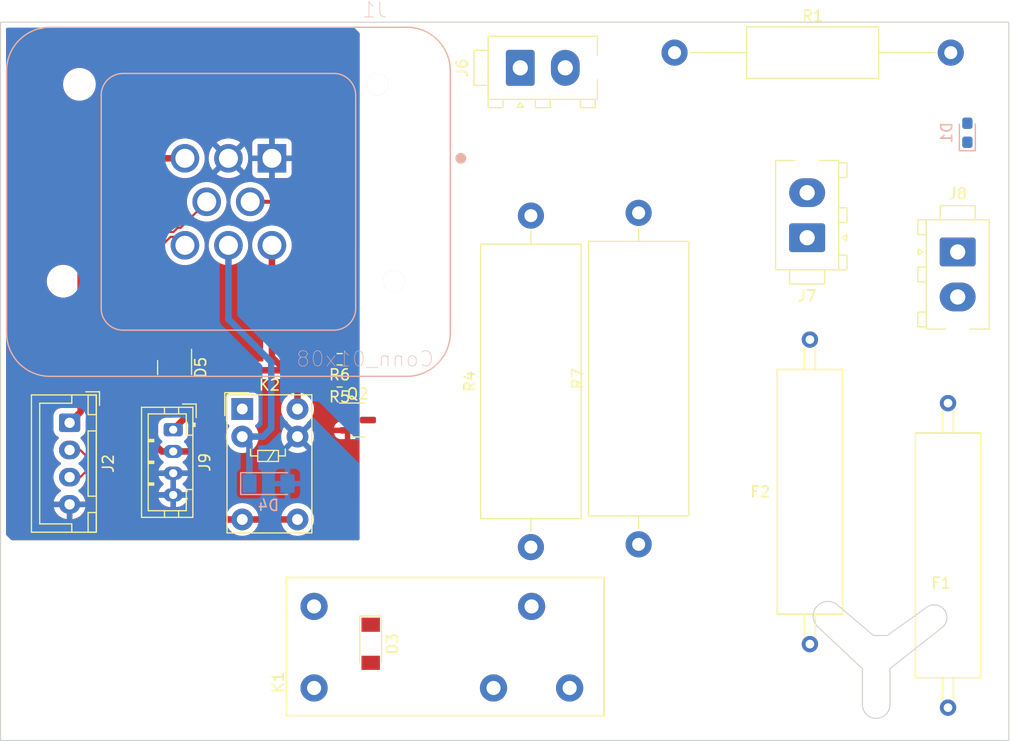
<source format=kicad_pcb>
(kicad_pcb (version 20211014) (generator pcbnew)
  (layers (0 "F.Cu" signal) (31 "B.Cu" signal) (34 "B.Paste" user) (35 "F.Paste" user) (36 "B.SilkS" user "B.Silkscreen") (37 "F.SilkS" user "F.Silkscreen") (38 "B.Mask" user) (39 "F.Mask" user) (44 "Edge.Cuts" user))
  (net 0 "")
  (net 1 "/INT-")
  (net 2 "Net-(D1-Pad2)")
  (net 3 "Net-(D3-Pad2)")
  (net 4 "/MAIN_CONT")
  (net 5 "GND")
  (net 6 "/AIR_B+")
  (net 7 "Net-(F1-Pad1)")
  (net 8 "Net-(F2-Pad1)")
  (net 9 "/B+")
  (net 10 "+12V")
  (net 11 "/PRECHARGE")
  (net 12 "/AIR_B-")
  (net 13 "/BMS_CAN+")
  (net 14 "/BMS_CAN-")
  (net 15 "/INT+")
  (net 16 "Net-(K1-Pad5)")
  (net 18 "Net-(Q2-Pad1)")
  (footprint "AERO_Footprints:Bell_0ADKP1000-RE" (layer "F.Cu") (at 85.852 125.222 90)
    (fp_text reference "F1" (at -2.54 -0.635) (layer "F.SilkS"))
    (fp_text value "1A 300VDC")
    (fp_line (start 11.25 -0.5) (end 13.25 -0.5) (layer "F.SilkS") (width 0.15))
    (fp_line (start -11.25 -0.5) (end -13.25 -0.5) (layer "F.SilkS") (width 0.15))
    (fp_line (start 11.25 3) (end -11.25 3) (layer "F.SilkS") (width 0.15))
    (fp_line (start 11.25 -3) (end 11.25 3) (layer "F.SilkS") (width 0.15))
    (fp_line (start -11.25 3) (end -11.25 -3) (layer "F.SilkS") (width 0.15))
    (fp_line (start 11.25 0.5) (end 13.25 0.5) (layer "F.SilkS") (width 0.15))
    (fp_line (start -13.25 0.5) (end -11.25 0.5) (layer "F.SilkS") (width 0.15))
    (fp_line (start -11.25 -3) (end 11.25 -3) (layer "F.SilkS") (width 0.15))
    (pad "1" thru_hole circle locked (at -14 0 90) (size 1.5 1.5) (drill 0.8) (layers *.Cu *.Mask) (net 7 "Net-(F1-Pad1)"))
    (pad "2" thru_hole circle locked (at 14 0 90) (size 1.5 1.5) (drill 0.8) (layers *.Cu *.Mask) (net 1 "/INT-"))
  )
  (footprint "Connector_JST:JST_PH_B4B-PH-K_1x04_P2.00mm_Vertical" (layer "F.Cu") (at 14.605 113.665 -90)
    (fp_text reference "J9" (at 3 -2.9 90) (layer "F.SilkS"))
    (fp_text value "JST PH")
    (fp_line (start -2.36 -2.11) (end -2.36 -0.86) (layer "F.SilkS") (width 0.12))
    (fp_line (start 8.06 0.8) (end 7.45 0.8) (layer "F.SilkS") (width 0.12))
    (fp_line (start 0.5 -1.81) (end 0.5 -1.2) (layer "F.SilkS") (width 0.12))
    (fp_line (start 2.9 2.3) (end 2.9 1.8) (layer "F.SilkS") (width 0.12))
    (fp_line (start -0.3 -1.81) (end -0.3 -2.01) (layer "F.SilkS") (width 0.12))
    (fp_line (start 0.9 2.3) (end 0.9 1.8) (layer "F.SilkS") (width 0.12))
    (fp_line (start 8.06 -0.5) (end 7.45 -0.5) (layer "F.SilkS") (width 0.12))
    (fp_line (start -2.06 -0.5) (end -1.45 -0.5) (layer "F.SilkS") (width 0.12))
    (fp_line (start -0.3 -1.91) (end -0.6 -1.91) (layer "F.SilkS") (width 0.12))
    (fp_line (start 5 2.3) (end 5 1.8) (layer "F.SilkS") (width 0.12))
    (fp_line (start -0.3 -2.01) (end -0.6 -2.01) (layer "F.SilkS") (width 0.12))
    (fp_line (start -2.06 -1.81) (end -2.06 2.91) (layer "F.SilkS") (width 0.12))
    (fp_line (start 1 2.3) (end 1 1.8) (layer "F.SilkS") (width 0.12))
    (fp_line (start 3 2.3) (end 3 1.8) (layer "F.SilkS") (width 0.12))
    (fp_line (start -1.45 2.3) (end 7.45 2.3) (layer "F.SilkS") (width 0.12))
    (fp_line (start -0.6 -2.01) (end -0.6 -1.81) (layer "F.SilkS") (width 0.12))
    (fp_line (start 4.9 1.8) (end 5.1 1.8) (layer "F.SilkS") (width 0.12))
    (fp_line (start 7.45 -1.2) (end 5.5 -1.2) (layer "F.SilkS") (width 0.12))
    (fp_line (start 7.45 2.3) (end 7.45 -1.2) (layer "F.SilkS") (width 0.12))
    (fp_line (start 8.06 -1.81) (end -2.06 -1.81) (layer "F.SilkS") (width 0.12))
    (fp_line (start -1.45 -1.2) (end -1.45 2.3) (layer "F.SilkS") (width 0.12))
    (fp_line (start -2.06 2.91) (end 8.06 2.91) (layer "F.SilkS") (width 0.12))
    (fp_line (start 3.1 1.8) (end 3.1 2.3) (layer "F.SilkS") (width 0.12))
    (fp_line (start -2.06 0.8) (end -1.45 0.8) (layer "F.SilkS") (width 0.12))
    (fp_line (start 8.06 2.91) (end 8.06 -1.81) (layer "F.SilkS") (width 0.12))
    (fp_line (start 5.5 -1.2) (end 5.5 -1.81) (layer "F.SilkS") (width 0.12))
    (fp_line (start 4.9 2.3) (end 4.9 1.8) (layer "F.SilkS") (width 0.12))
    (fp_line (start 5.1 1.8) (end 5.1 2.3) (layer "F.SilkS") (width 0.12))
    (fp_line (start 0.9 1.8) (end 1.1 1.8) (layer "F.SilkS") (width 0.12))
    (fp_line (start 0.5 -1.2) (end -1.45 -1.2) (layer "F.SilkS") (width 0.12))
    (fp_line (start -1.11 -2.11) (end -2.36 -2.11) (layer "F.SilkS") (width 0.12))
    (fp_line (start 2.9 1.8) (end 3.1 1.8) (layer "F.SilkS") (width 0.12))
    (fp_line (start 1.1 1.8) (end 1.1 2.3) (layer "F.SilkS") (width 0.12))
    (pad "1" thru_hole roundrect locked (at 0 0 270) (size 1.2 1.75) (drill 0.75) (layers *.Cu *.Mask) (roundrect_rratio 0.208333) (net 12 "/AIR_B-"))
    (pad "2" thru_hole oval locked (at 2 0 270) (size 1.2 1.75) (drill 0.75) (layers *.Cu *.Mask) (net 6 "/AIR_B+"))
    (pad "3" thru_hole oval locked (at 4 0 270) (size 1.2 1.75) (drill 0.75) (layers *.Cu *.Mask) (net 5 "GND"))
    (pad "4" thru_hole oval locked (at 6 0 270) (size 1.2 1.75) (drill 0.75) (layers *.Cu *.Mask) (net 5 "GND"))
  )
  (footprint "AERO_Footprints:G2RL" (layer "F.Cu") (at 40.259 133.604)
    (fp_text reference "K1" (at -16.002 3.302 90) (layer "F.SilkS"))
    (fp_text value "G2RL")
    (fp_line (start -15.24 -6.35) (end 13.97 -6.35) (layer "F.SilkS") (width 0.15))
    (fp_line (start 13.97 -6.35) (end 13.97 6.35) (layer "F.SilkS") (width 0.15))
    (fp_line (start -15.24 6.35) (end -15.24 -6.35) (layer "F.SilkS") (width 0.15))
    (fp_line (start 13.97 6.35) (end -15.24 6.35) (layer "F.SilkS") (width 0.15))
    (pad "1" thru_hole circle locked (at 3.8 3.81) (size 2.5 2.5) (drill 1.3) (layers *.Cu *.Mask) (net 7 "Net-(F1-Pad1)"))
    (pad "2" thru_hole circle locked (at -12.7 -3.69) (size 2.5 2.5) (drill 1.3) (layers *.Cu *.Mask) (net 12 "/AIR_B-"))
    (pad "5" thru_hole circle locked (at 7.3 -3.69) (size 2.5 2.5) (drill 1.3) (layers *.Cu *.Mask) (net 16 "Net-(K1-Pad5)"))
    (pad "9" thru_hole circle locked (at -12.7 3.81) (size 2.5 2.5) (drill 1.3) (layers *.Cu *.Mask) (net 3 "Net-(D3-Pad2)"))
    (pad "10" thru_hole circle locked (at 10.8 3.81) (size 2.5 2.5) (drill 1.3) (layers *.Cu *.Mask) (net 8 "Net-(F2-Pad1)"))
  )
  (footprint "Connector_JST:JST_XH_B4B-XH-A_1x04_P2.50mm_Vertical" (layer "F.Cu") (at 5.08 113.03 -90)
    (fp_text reference "J2" (at 3.75 -3.55 90) (layer "F.SilkS"))
    (fp_text value "Conn_01x04")
    (fp_line (start -1.6 -2.75) (end -2.85 -2.75) (layer "F.SilkS") (width 0.12))
    (fp_line (start -2.85 -2.75) (end -2.85 -1.5) (layer "F.SilkS") (width 0.12))
    (fp_line (start 6.75 -2.45) (end 0.75 -2.45) (layer "F.SilkS") (width 0.12))
    (fp_line (start 0.75 -2.45) (end 0.75 -1.7) (layer "F.SilkS") (width 0.12))
    (fp_line (start 0.75 -1.7) (end 6.75 -1.7) (layer "F.SilkS") (width 0.12))
    (fp_line (start -1.8 -0.2) (end -1.8 2.75) (layer "F.SilkS") (width 0.12))
    (fp_line (start -1.8 2.75) (end 3.75 2.75) (layer "F.SilkS") (width 0.12))
    (fp_line (start 8.25 -2.45) (end 8.25 -1.7) (layer "F.SilkS") (width 0.12))
    (fp_line (start -0.75 -1.7) (end -0.75 -2.45) (layer "F.SilkS") (width 0.12))
    (fp_line (start 8.25 -1.7) (end 10.05 -1.7) (layer "F.SilkS") (width 0.12))
    (fp_line (start 6.75 -1.7) (end 6.75 -2.45) (layer "F.SilkS") (width 0.12))
    (fp_line (start -0.75 -2.45) (end -2.55 -2.45) (layer "F.SilkS") (width 0.12))
    (fp_line (start 9.3 -0.2) (end 9.3 2.75) (layer "F.SilkS") (width 0.12))
    (fp_line (start -2.56 -2.46) (end -2.56 3.51) (layer "F.SilkS") (width 0.12))
    (fp_line (start 9.3 2.75) (end 3.75 2.75) (layer "F.SilkS") (width 0.12))
    (fp_line (start 10.06 3.51) (end 10.06 -2.46) (layer "F.SilkS") (width 0.12))
    (fp_line (start -2.55 -0.2) (end -1.8 -0.2) (layer "F.SilkS") (width 0.12))
    (fp_line (start 10.05 -2.45) (end 8.25 -2.45) (layer "F.SilkS") (width 0.12))
    (fp_line (start 10.06 -2.46) (end -2.56 -2.46) (layer "F.SilkS") (width 0.12))
    (fp_line (start 10.05 -1.7) (end 10.05 -2.45) (layer "F.SilkS") (width 0.12))
    (fp_line (start -2.55 -2.45) (end -2.55 -1.7) (layer "F.SilkS") (width 0.12))
    (fp_line (start -2.55 -1.7) (end -0.75 -1.7) (layer "F.SilkS") (width 0.12))
    (fp_line (start -2.56 3.51) (end 10.06 3.51) (layer "F.SilkS") (width 0.12))
    (fp_line (start 10.05 -0.2) (end 9.3 -0.2) (layer "F.SilkS") (width 0.12))
    (pad "1" thru_hole roundrect locked (at 0 0 270) (size 1.7 1.95) (drill 0.95) (layers *.Cu *.Mask) (roundrect_rratio 0.147059) (net 10 "+12V"))
    (pad "2" thru_hole oval locked (at 2.5 0 270) (size 1.7 1.95) (drill 0.95) (layers *.Cu *.Mask) (net 13 "/BMS_CAN+"))
    (pad "3" thru_hole oval locked (at 5 0 270) (size 1.7 1.95) (drill 0.95) (layers *.Cu *.Mask) (net 14 "/BMS_CAN-"))
    (pad "4" thru_hole oval locked (at 7.5 0 270) (size 1.7 1.95) (drill 0.95) (layers *.Cu *.Mask) (net 5 "GND"))
  )
  (footprint "AERO_Footprints:Bell_0ADKP1000-RE" (layer "F.Cu") (at 73.152 119.38 90)
    (fp_text reference "F2" (at 0 -4.572) (layer "F.SilkS"))
    (fp_text value "1A 300VDC")
    (fp_line (start 11.25 -3) (end 11.25 3) (layer "F.SilkS") (width 0.15))
    (fp_line (start -11.25 -0.5) (end -13.25 -0.5) (layer "F.SilkS") (width 0.15))
    (fp_line (start 11.25 0.5) (end 13.25 0.5) (layer "F.SilkS") (width 0.15))
    (fp_line (start -11.25 -3) (end 11.25 -3) (layer "F.SilkS") (width 0.15))
    (fp_line (start -11.25 3) (end -11.25 -3) (layer "F.SilkS") (width 0.15))
    (fp_line (start -13.25 0.5) (end -11.25 0.5) (layer "F.SilkS") (width 0.15))
    (fp_line (start 11.25 -0.5) (end 13.25 -0.5) (layer "F.SilkS") (width 0.15))
    (fp_line (start 11.25 3) (end -11.25 3) (layer "F.SilkS") (width 0.15))
    (pad "1" thru_hole circle locked (at -14 0 90) (size 1.5 1.5) (drill 0.8) (layers *.Cu *.Mask) (net 8 "Net-(F2-Pad1)"))
    (pad "2" thru_hole circle locked (at 14 0 90) (size 1.5 1.5) (drill 0.8) (layers *.Cu *.Mask) (net 9 "/B+"))
  )
  (footprint "Package_TO_SOT_SMD:SOT-23" (layer "F.Cu") (at 31.5745 112.776)
    (fp_text reference "Q2" (at 0 -2.4) (layer "F.SilkS"))
    (fp_text value "MMBT2222A")
    (fp_line (start 0 -1.56) (end -1.675 -1.56) (layer "F.SilkS") (width 0.12))
    (fp_line (start 0 -1.56) (end 0.65 -1.56) (layer "F.SilkS") (width 0.12))
    (fp_line (start 0 1.56) (end -0.65 1.56) (layer "F.SilkS") (width 0.12))
    (fp_line (start 0 1.56) (end 0.65 1.56) (layer "F.SilkS") (width 0.12))
    (pad "1" smd roundrect locked (at -0.9375 -0.95) (size 1.475 0.6) (layers "F.Cu" "F.Paste" "F.Mask") (net 18 "Net-(Q2-Pad1)"))
    (pad "2" smd roundrect locked (at -0.9375 0.95) (size 1.475 0.6) (layers "F.Cu" "F.Paste" "F.Mask") (net 5 "GND"))
    (pad "3" smd roundrect locked (at 0.9375 0) (size 1.475 0.6) (layers "F.Cu" "F.Paste" "F.Mask") (net 3 "Net-(D3-Pad2)"))
  )
  (footprint "AERO_Footprints:TE_MATE-N-LOK_1-770866-x_1x02_P4.14mm_Vertical" (layer "F.Cu") (at 46.52 80.392 90)
    (fp_text reference "J6" (at 0 -5.35 90) (layer "F.SilkS"))
    (fp_text value "TE Mate-N-Lok")
    (fp_line (start 0 -2.955) (end 2.9 -2.955) (layer "F.SilkS") (width 0.12))
    (fp_line (start -2.9 5.53) (end -3.66 5.53) (layer "F.SilkS") (width 0.12))
    (fp_line (start -3.66 2.75) (end -2.9 2.75) (layer "F.SilkS") (width 0.12))
    (fp_line (start -3.66 6.89) (end -2.9 6.89) (layer "F.SilkS") (width 0.12))
    (fp_line (start -3.2 0) (end -3.624264 0.3) (layer "F.SilkS") (width 0.12))
    (fp_line (start -3.66 5.53) (end -3.66 6.89) (layer "F.SilkS") (width 0.12))
    (fp_line (start -1.61 -2.955) (end -1.61 -4.255) (layer "F.SilkS") (width 0.12))
    (fp_line (start -3.624264 -0.3) (end -3.2 0) (layer "F.SilkS") (width 0.12))
    (fp_line (start -1.61 -4.255) (end 1.61 -4.255) (layer "F.SilkS") (width 0.12))
    (fp_line (start 2.9 7.095) (end 1.103302 7.095) (layer "F.SilkS") (width 0.12))
    (fp_line (start -2.9 -2.955) (end -3.66 -2.955) (layer "F.SilkS") (width 0.12))
    (fp_line (start -3.624264 0.3) (end -3.624264 -0.3) (layer "F.SilkS") (width 0.12))
    (fp_line (start -2.9 7.095) (end -1.103302 7.095) (layer "F.SilkS") (width 0.12))
    (fp_line (start -2.9 1.39) (end -3.66 1.39) (layer "F.SilkS") (width 0.12))
    (fp_line (start -3.66 -2.955) (end -3.66 -1.595) (layer "F.SilkS") (width 0.12))
    (fp_line (start -3.66 1.39) (end -3.66 2.75) (layer "F.SilkS") (width 0.12))
    (fp_line (start 1.61 -4.255) (end 1.61 -2.955) (layer "F.SilkS") (width 0.12))
    (fp_line (start 0 -2.955) (end -2.9 -2.955) (layer "F.SilkS") (width 0.12))
    (fp_line (start -3.66 -1.595) (end -2.9 -1.595) (layer "F.SilkS") (width 0.12))
    (fp_line (start -2.9 -2.955) (end -2.9 7.095) (layer "F.SilkS") (width 0.12))
    (fp_line (start 2.9 -2.955) (end 2.9 7.095) (layer "F.SilkS") (width 0.12))
    (pad "" np_thru_hole circle locked (at 0 8.58 90) (size 3.18 3.18) (drill 3.18) (layers *.Cu *.Mask))
    (pad "1" thru_hole roundrect locked (at 0 0 90) (size 3.3 2.64) (drill 1.4) (layers *.Cu *.Mask) (roundrect_rratio 0.094697) (net 15 "/INT+"))
    (pad "2" thru_hole oval locked (at 0 4.14 90) (size 3.3 2.64) (drill 1.4) (layers *.Cu *.Mask) (net 15 "/INT+"))
  )
  (footprint "Diode_SMD:D_MiniMELF" (layer "F.Cu") (at 32.766 133.35 -90)
    (fp_text reference "D3" (at 0 -2 90) (layer "F.SilkS"))
    (fp_text value "1N4148")
    (fp_line (start -2.55 1) (end 1.75 1) (layer "F.SilkS") (width 0.12))
    (fp_line (start 1.75 -1) (end -2.55 -1) (layer "F.SilkS") (width 0.12))
    (fp_line (start -2.55 -1) (end -2.55 1) (layer "F.SilkS") (width 0.12))
    (pad "1" smd rect locked (at -1.75 0 270) (size 1.3 1.7) (layers "F.Cu" "F.Paste" "F.Mask") (net 12 "/AIR_B-"))
    (pad "2" smd rect locked (at 1.75 0 270) (size 1.3 1.7) (layers "F.Cu" "F.Paste" "F.Mask") (net 3 "Net-(D3-Pad2)"))
  )
  (footprint "Resistor_THT:R_Axial_Power_L25.0mm_W9.0mm_P30.48mm" (layer "F.Cu") (at 47.498 124.46 90)
    (fp_text reference "R4" (at 15.24 -5.62 90) (layer "F.SilkS"))
    (fp_text value "1k 7W")
    (fp_line (start 2.62 4.62) (end 27.86 4.62) (layer "F.SilkS") (width 0.12))
    (fp_line (start 29.04 0) (end 27.86 0) (layer "F.SilkS") (width 0.12))
    (fp_line (start 2.62 -4.62) (end 2.62 4.62) (layer "F.SilkS") (width 0.12))
    (fp_line (start 27.86 -4.62) (end 2.62 -4.62) (layer "F.SilkS") (width 0.12))
    (fp_line (start 27.86 4.62) (end 27.86 -4.62) (layer "F.SilkS") (width 0.12))
    (fp_line (start 1.44 0) (end 2.62 0) (layer "F.SilkS") (width 0.12))
    (pad "1" thru_hole circle locked (at 0 0 90) (size 2.4 2.4) (drill 1.2) (layers *.Cu *.Mask) (net 16 "Net-(K1-Pad5)"))
    (pad "2" thru_hole oval locked (at 30.48 0 90) (size 2.4 2.4) (drill 1.2) (layers *.Cu *.Mask) (net 15 "/INT+"))
  )
  (footprint "Resistor_SMD:R_0603_1608Metric" (layer "F.Cu") (at 29.909 109.22 180)
    (fp_text reference "R5" (at 0 -1.43) (layer "F.SilkS"))
    (fp_text value "10k")
    (fp_line (start -0.237258 -0.5225) (end 0.237258 -0.5225) (layer "F.SilkS") (width 0.12))
    (fp_line (start -0.237258 0.5225) (end 0.237258 0.5225) (layer "F.SilkS") (width 0.12))
    (pad "1" smd roundrect locked (at -0.825 0 180) (size 0.8 0.95) (layers "F.Cu" "F.Paste" "F.Mask") (net 18 "Net-(Q2-Pad1)"))
    (pad "2" smd roundrect locked (at 0.825 0 180) (size 0.8 0.95) (layers "F.Cu" "F.Paste" "F.Mask") (net 11 "/PRECHARGE"))
  )
  (footprint "Resistor_THT:R_Axial_Power_L25.0mm_W9.0mm_P30.48mm" (layer "F.Cu") (at 57.404 124.206 90)
    (fp_text reference "R7" (at 15.24 -5.62 90) (layer "F.SilkS"))
    (fp_text value "1k 7W")
    (fp_line (start 27.86 4.62) (end 27.86 -4.62) (layer "F.SilkS") (width 0.12))
    (fp_line (start 27.86 -4.62) (end 2.62 -4.62) (layer "F.SilkS") (width 0.12))
    (fp_line (start 2.62 -4.62) (end 2.62 4.62) (layer "F.SilkS") (width 0.12))
    (fp_line (start 1.44 0) (end 2.62 0) (layer "F.SilkS") (width 0.12))
    (fp_line (start 2.62 4.62) (end 27.86 4.62) (layer "F.SilkS") (width 0.12))
    (fp_line (start 29.04 0) (end 27.86 0) (layer "F.SilkS") (width 0.12))
    (pad "1" thru_hole circle locked (at 0 0 90) (size 2.4 2.4) (drill 1.2) (layers *.Cu *.Mask) (net 16 "Net-(K1-Pad5)"))
    (pad "2" thru_hole oval locked (at 30.48 0 90) (size 2.4 2.4) (drill 1.2) (layers *.Cu *.Mask) (net 15 "/INT+"))
  )
  (footprint "AERO_Footprints:TE_MATE-N-LOK_1-770866-x_1x02_P4.14mm_Vertical" (layer "F.Cu") (at 86.74 97.32)
    (fp_text reference "J8" (at 0 -5.35) (layer "F.SilkS"))
    (fp_text value "TE Mate-N-Lok")
    (fp_line (start 2.9 -2.955) (end 2.9 7.095) (layer "F.SilkS") (width 0.12))
    (fp_line (start -3.66 1.39) (end -3.66 2.75) (layer "F.SilkS") (width 0.12))
    (fp_line (start -2.9 -2.955) (end -2.9 7.095) (layer "F.SilkS") (width 0.12))
    (fp_line (start -2.9 -2.955) (end -3.66 -2.955) (layer "F.SilkS") (width 0.12))
    (fp_line (start -3.66 6.89) (end -2.9 6.89) (layer "F.SilkS") (width 0.12))
    (fp_line (start -1.61 -2.955) (end -1.61 -4.255) (layer "F.SilkS") (width 0.12))
    (fp_line (start -3.624264 -0.3) (end -3.2 0) (layer "F.SilkS") (width 0.12))
    (fp_line (start 1.61 -4.255) (end 1.61 -2.955) (layer "F.SilkS") (width 0.12))
    (fp_line (start 0 -2.955) (end 2.9 -2.955) (layer "F.SilkS") (width 0.12))
    (fp_line (start -2.9 7.095) (end -1.103302 7.095) (layer "F.SilkS") (width 0.12))
    (fp_line (start -2.9 5.53) (end -3.66 5.53) (layer "F.SilkS") (width 0.12))
    (fp_line (start -3.624264 0.3) (end -3.624264 -0.3) (layer "F.SilkS") (width 0.12))
    (fp_line (start -3.2 0) (end -3.624264 0.3) (layer "F.SilkS") (width 0.12))
    (fp_line (start -3.66 2.75) (end -2.9 2.75) (layer "F.SilkS") (width 0.12))
    (fp_line (start -2.9 1.39) (end -3.66 1.39) (layer "F.SilkS") (width 0.12))
    (fp_line (start -3.66 -2.955) (end -3.66 -1.595) (layer "F.SilkS") (width 0.12))
    (fp_line (start -3.66 -1.595) (end -2.9 -1.595) (layer "F.SilkS") (width 0.12))
    (fp_line (start -3.66 5.53) (end -3.66 6.89) (layer "F.SilkS") (width 0.12))
    (fp_line (start 0 -2.955) (end -2.9 -2.955) (layer "F.SilkS") (width 0.12))
    (fp_line (start 2.9 7.095) (end 1.103302 7.095) (layer "F.SilkS") (width 0.12))
    (fp_line (start -1.61 -4.255) (end 1.61 -4.255) (layer "F.SilkS") (width 0.12))
    (pad "" np_thru_hole circle locked (at 0 8.58) (size 3.18 3.18) (drill 3.18) (layers *.Cu *.Mask))
    (pad "1" thru_hole roundrect locked (at 0 0) (size 3.3 2.64) (drill 1.4) (layers *.Cu *.Mask) (roundrect_rratio 0.094697) (net 1 "/INT-"))
    (pad "2" thru_hole oval locked (at 0 4.14) (size 3.3 2.64) (drill 1.4) (layers *.Cu *.Mask) (net 1 "/INT-"))
  )
  (footprint "Package_TO_SOT_SMD:SOT-23" (layer "F.Cu") (at 14.732 107.95 -90)
    (fp_text reference "D5" (at 0 -2.4 -270) (layer "F.SilkS"))
    (fp_text value "MMBZxx")
    (fp_line (start 0 -1.56) (end -1.675 -1.56) (layer "F.SilkS") (width 0.12))
    (fp_line (start 0 1.56) (end 0.65 1.56) (layer "F.SilkS") (width 0.12))
    (fp_line (start 0 -1.56) (end 0.65 -1.56) (layer "F.SilkS") (width 0.12))
    (fp_line (start 0 1.56) (end -0.65 1.56) (layer "F.SilkS") (width 0.12))
    (pad "1" smd roundrect locked (at -0.9375 -0.95 270) (size 1.475 0.6) (layers "F.Cu" "F.Paste" "F.Mask") (net 12 "/AIR_B-"))
    (pad "2" smd roundrect locked (at -0.9375 0.95 270) (size 1.475 0.6) (layers "F.Cu" "F.Paste" "F.Mask") (net 6 "/AIR_B+"))
    (pad "3" smd roundrect locked (at 0.9375 0 270) (size 1.475 0.6) (layers "F.Cu" "F.Paste" "F.Mask") (net 5 "GND"))
  )
  (footprint "Resistor_THT:R_Axial_DIN0414_L11.9mm_D4.5mm_P25.40mm_Horizontal" (layer "F.Cu") (at 60.706 78.994)
    (fp_text reference "R1" (at 12.7 -3.37) (layer "F.SilkS"))
    (fp_text value "39k")
    (fp_line (start 18.77 2.37) (end 18.77 -2.37) (layer "F.SilkS") (width 0.12))
    (fp_line (start 6.63 -2.37) (end 6.63 2.37) (layer "F.SilkS") (width 0.12))
    (fp_line (start 1.44 0) (end 6.63 0) (layer "F.SilkS") (width 0.12))
    (fp_line (start 18.77 -2.37) (end 6.63 -2.37) (layer "F.SilkS") (width 0.12))
    (fp_line (start 6.63 2.37) (end 18.77 2.37) (layer "F.SilkS") (width 0.12))
    (fp_line (start 23.96 0) (end 18.77 0) (layer "F.SilkS") (width 0.12))
    (pad "1" thru_hole circle locked (at 0 0) (size 2.4 2.4) (drill 1.2) (layers *.Cu *.Mask) (net 15 "/INT+"))
    (pad "2" thru_hole oval locked (at 25.4 0) (size 2.4 2.4) (drill 1.2) (layers *.Cu *.Mask) (net 2 "Net-(D1-Pad2)"))
  )
  (footprint "AERO_Footprints:TE_MATE-N-LOK_1-770866-x_1x02_P4.14mm_Vertical" (layer "F.Cu") (at 72.898 96.012 180)
    (fp_text reference "J7" (at 0 -5.35) (layer "F.SilkS"))
    (fp_text value "TE Mate-N-Lok")
    (fp_line (start -3.66 6.89) (end -2.9 6.89) (layer "F.SilkS") (width 0.12))
    (fp_line (start -3.2 0) (end -3.624264 0.3) (layer "F.SilkS") (width 0.12))
    (fp_line (start 2.9 -2.955) (end 2.9 7.095) (layer "F.SilkS") (width 0.12))
    (fp_line (start 1.61 -4.255) (end 1.61 -2.955) (layer "F.SilkS") (width 0.12))
    (fp_line (start 0 -2.955) (end -2.9 -2.955) (layer "F.SilkS") (width 0.12))
    (fp_line (start 2.9 7.095) (end 1.103302 7.095) (layer "F.SilkS") (width 0.12))
    (fp_line (start -1.61 -2.955) (end -1.61 -4.255) (layer "F.SilkS") (width 0.12))
    (fp_line (start -3.624264 -0.3) (end -3.2 0) (layer "F.SilkS") (width 0.12))
    (fp_line (start -2.9 7.095) (end -1.103302 7.095) (layer "F.SilkS") (width 0.12))
    (fp_line (start -3.66 1.39) (end -3.66 2.75) (layer "F.SilkS") (width 0.12))
    (fp_line (start -2.9 -2.955) (end -3.66 -2.955) (layer "F.SilkS") (width 0.12))
    (fp_line (start -3.66 -2.955) (end -3.66 -1.595) (layer "F.SilkS") (width 0.12))
    (fp_line (start -3.66 2.75) (end -2.9 2.75) (layer "F.SilkS") (width 0.12))
    (fp_line (start -2.9 1.39) (end -3.66 1.39) (layer "F.SilkS") (width 0.12))
    (fp_line (start -2.9 5.53) (end -3.66 5.53) (layer "F.SilkS") (width 0.12))
    (fp_line (start 0 -2.955) (end 2.9 -2.955) (layer "F.SilkS") (width 0.12))
    (fp_line (start -3.624264 0.3) (end -3.624264 -0.3) (layer "F.SilkS") (width 0.12))
    (fp_line (start -3.66 -1.595) (end -2.9 -1.595) (layer "F.SilkS") (width 0.12))
    (fp_line (start -2.9 -2.955) (end -2.9 7.095) (layer "F.SilkS") (width 0.12))
    (fp_line (start -3.66 5.53) (end -3.66 6.89) (layer "F.SilkS") (width 0.12))
    (fp_line (start -1.61 -4.255) (end 1.61 -4.255) (layer "F.SilkS") (width 0.12))
    (pad "" np_thru_hole circle locked (at 0 8.58 180) (size 3.18 3.18) (drill 3.18) (layers *.Cu *.Mask))
    (pad "1" thru_hole roundrect locked (at 0 0 180) (size 3.3 2.64) (drill 1.4) (layers *.Cu *.Mask) (roundrect_rratio 0.094697) (net 9 "/B+"))
    (pad "2" thru_hole oval locked (at 0 4.14 180) (size 3.3 2.64) (drill 1.4) (layers *.Cu *.Mask) (net 9 "/B+"))
  )
  (footprint "Resistor_SMD:R_0603_1608Metric" (layer "F.Cu") (at 29.909 107.188 180)
    (fp_text reference "R6" (at 0 -1.43) (layer "F.SilkS"))
    (fp_text value "2k")
    (fp_line (start -0.237258 -0.5225) (end 0.237258 -0.5225) (layer "F.SilkS") (width 0.12))
    (fp_line (start -0.237258 0.5225) (end 0.237258 0.5225) (layer "F.SilkS") (width 0.12))
    (pad "1" smd roundrect locked (at -0.825 0 180) (size 0.8 0.95) (layers "F.Cu" "F.Paste" "F.Mask") (net 5 "GND"))
    (pad "2" smd roundrect locked (at 0.825 0 180) (size 0.8 0.95) (layers "F.Cu" "F.Paste" "F.Mask") (net 11 "/PRECHARGE"))
  )
  (footprint "Relay_THT:Relay_SPDT_Omron_G5V-1" (layer "F.Cu") (at 20.955 111.76)
    (fp_text reference "K2" (at 2.5 -2.2) (layer "F.SilkS"))
    (fp_text value "G5V-1")
    (fp_line (start -1.6 -1.5) (end 0.6 -1.5) (layer "F.SilkS") (width 0.12))
    (fp_line (start 0.762 3.683) (end 0.762 4.318) (layer "F.SilkS") (width 0.12))
    (fp_line (start 3.962 3.683) (end 3.962 4.318) (layer "F.SilkS") (width 0.12))
    (fp_line (start -1.4 -1.3) (end 6.4 -1.3) (layer "F.SilkS") (width 0.12))
    (fp_line (start 1.422 4.826) (end 3.327 4.826) (layer "F.SilkS") (width 0.12))
    (fp_line (start 6.4 11.4) (end -1.4 11.4) (layer "F.SilkS") (width 0.12))
    (fp_line (start 3.327 3.81) (end 1.422 3.81) (layer "F.SilkS") (width 0.12))
    (fp_line (start 6.4 -1.3) (end 6.4 11.4) (layer "F.SilkS") (width 0.12))
    (fp_line (start -1.6 0.6) (end -1.6 -1.5) (layer "F.SilkS") (width 0.12))
    (fp_line (start 2.946 3.81) (end 2.311 4.826) (layer "F.SilkS") (width 0.12))
    (fp_line (start 1.422 3.81) (end 1.422 4.826) (layer "F.SilkS") (width 0.12))
    (fp_line (start 0.762 4.318) (end 1.422 4.318) (layer "F.SilkS") (width 0.12))
    (fp_line (start 3.327 3.81) (end 3.327 4.826) (layer "F.SilkS") (width 0.12))
    (fp_line (start -1.4 11.4) (end -1.4 -1.3) (layer "F.SilkS") (width 0.12))
    (fp_line (start 3.962 4.318) (end 3.327 4.318) (layer "F.SilkS") (width 0.12))
    (pad "1" thru_hole rect locked (at 0 0) (size 2 2) (drill 1) (layers *.Cu *.Mask))
    (pad "2" thru_hole circle locked (at 0 2.54) (size 2 2) (drill 1) (layers *.Cu *.Mask) (net 4 "/MAIN_CONT"))
    (pad "5" thru_hole circle locked (at 0 10.16) (size 2 2) (drill 1) (layers *.Cu *.Mask) (net 6 "/AIR_B+"))
    (pad "6" thru_hole circle locked (at 5.08 10.16) (size 2 2) (drill 1) (layers *.Cu *.Mask) (net 6 "/AIR_B+"))
    (pad "9" thru_hole circle locked (at 5.08 2.54) (size 2 2) (drill 1) (layers *.Cu *.Mask) (net 5 "GND"))
    (pad "10" thru_hole circle locked (at 5.08 0) (size 2 2) (drill 1) (layers *.Cu *.Mask) (net 12 "/AIR_B-"))
  )
  (footprint "Diode_SMD:D_MiniMELF" (layer "B.Cu") (at 23.3625 118.6225)
    (fp_text reference "D4" (at 0 2) (layer "B.SilkS") (effects (justify mirror)))
    (fp_text value "1N4148")
    (fp_line (start -2.55 1) (end -2.55 -1) (layer "B.SilkS") (width 0.12))
    (fp_line (start 1.75 1) (end -2.55 1) (layer "B.SilkS") (width 0.12))
    (fp_line (start -2.55 -1) (end 1.75 -1) (layer "B.SilkS") (width 0.12))
    (pad "1" smd rect locked (at -1.75 0) (size 1.3 1.7) (layers "B.Cu" "B.Paste" "B.Mask") (net 4 "/MAIN_CONT"))
    (pad "2" smd rect locked (at 1.75 0) (size 1.3 1.7) (layers "B.Cu" "B.Paste" "B.Mask") (net 5 "GND"))
  )
  (footprint "AERO_Footprints:TE_1-776276-1_8pin_Vertical" (layer "B.Cu") (at 19.685 92.71 180)
    (fp_text reference "J1" (at -13.4511 17.6484) (layer "B.SilkS") (effects (font (size 1.40074 1.40074) (thickness 0.05)) (justify mirror)))
    (fp_text value "Conn_01x08" (at -12.5639 -14.4485) (layer "B.SilkS") (effects (font (size 1.40099 1.40099) (thickness 0.05)) (justify mirror)))
    (fp_line (start 11.7 9.8) (end 11.7 -9.8) (layer "B.SilkS") (width 0.127))
    (fp_line (start 16.4 16.05) (end -16.4 16.05) (layer "B.SilkS") (width 0.127))
    (fp_line (start 9.7 -11.8) (end -9.7 -11.8) (layer "B.SilkS") (width 0.127))
    (fp_line (start -16.4 -16.05) (end 16.4 -16.05) (layer "B.SilkS") (width 0.127))
    (fp_line (start -20.4 12.05) (end -20.4 -12.05) (layer "B.SilkS") (width 0.127))
    (fp_line (start 20.4 -12.05) (end 20.4 12.05) (layer "B.SilkS") (width 0.127))
    (fp_line (start -9.7 11.8) (end 9.7 11.8) (layer "B.SilkS") (width 0.127))
    (fp_line (start -11.7 -9.8) (end -11.7 9.8) (layer "B.SilkS") (width 0.127))
    (fp_arc (start -11.7 -9.8) (mid -11.114214 -11.214214) (end -9.7 -11.8) (layer "B.SilkS") (width 0.127))
    (fp_arc (start -20.4 -12.05) (mid -19.228427 -14.878427) (end -16.4 -16.05) (layer "B.SilkS") (width 0.127))
    (fp_arc (start 16.4 -16.05) (mid 19.228427 -14.878427) (end 20.4 -12.05) (layer "B.SilkS") (width 0.127))
    (fp_arc (start 9.7 -11.8) (mid 11.114214 -11.214214) (end 11.7 -9.8) (layer "B.SilkS") (width 0.127))
    (fp_arc (start 11.7 9.8) (mid 11.114214 11.214214) (end 9.7 11.8) (layer "B.SilkS") (width 0.127))
    (fp_arc (start 20.4 12.05) (mid 19.228427 14.878427) (end 16.4 16.05) (layer "B.SilkS") (width 0.127))
    (fp_arc (start -9.7 11.8) (mid -11.114214 11.214214) (end -11.7 9.8) (layer "B.SilkS") (width 0.127))
    (fp_arc (start -16.4 16.05) (mid -19.228427 14.878427) (end -20.4 12.05) (layer "B.SilkS") (width 0.127))
    (fp_circle (center -21.365 4) (end -21.115 4) (layer "B.SilkS") (width 0.5) (fill none))
    (pad "" np_thru_hole circle locked (at 13.7 10.8 180) (size 2 2) (drill 2) (layers *.Cu *.Mask "B.SilkS"))
    (pad "" np_thru_hole circle locked (at -15.2 -7.3 180) (size 2 2) (drill 2) (layers *.Cu *.Mask "B.SilkS"))
    (pad "" np_thru_hole circle locked (at 15.2 -7.3 180) (size 2 2) (drill 2) (layers *.Cu *.Mask "B.SilkS"))
    (pad "" np_thru_hole circle locked (at -13.7 10.8 180) (size 2 2) (drill 2) (layers *.Cu *.Mask "B.SilkS"))
    (pad "1" thru_hole rect locked (at -4 4 180) (size 2.625 2.625) (drill 1.75) (layers *.Cu *.Mask) (net 5 "GND"))
    (pad "2" thru_hole circle locked (at 0 4 180) (size 2.625 2.625) (drill 1.75) (layers *.Cu *.Mask) (net 5 "GND"))
    (pad "3" thru_hole circle locked (at 4 4 180) (size 2.625 2.625) (drill 1.75) (layers *.Cu *.Mask) (net 10 "+12V"))
    (pad "4" thru_hole circle locked (at -2 0 180) (size 2.625 2.625) (drill 1.75) (layers *.Cu *.Mask) (net 11 "/PRECHARGE"))
    (pad "5" thru_hole circle locked (at 2 0 180) (size 2.625 2.625) (drill 1.75) (layers *.Cu *.Mask) (net 13 "/BMS_CAN+"))
    (pad "6" thru_hole circle locked (at -4 -4 180) (size 2.625 2.625) (drill 1.75) (layers *.Cu *.Mask) (net 12 "/AIR_B-"))
    (pad "7" thru_hole circle locked (at 0 -4 180) (size 2.625 2.625) (drill 1.75) (layers *.Cu *.Mask) (net 4 "/MAIN_CONT"))
    (pad "8" thru_hole circle locked (at 4 -4 180) (size 2.625 2.625) (drill 1.75) (layers *.Cu *.Mask) (net 14 "/BMS_CAN-"))
  )
  (footprint "LED_SMD:LED_0603_1608Metric_Pad1.05x0.95mm_HandSolder" (layer "B.Cu") (at 87.63 86.36 90)
    (fp_text reference "D1" (at 0 -1.905 90) (layer "B.SilkS") (effects (justify mirror)))
    (fp_text value "LED")
    (fp_line (start 0.8 0.735) (end -1.66 0.735) (layer "B.SilkS") (width 0.12))
    (fp_line (start -1.66 0.735) (end -1.66 -0.735) (layer "B.SilkS") (width 0.12))
    (fp_line (start -1.66 -0.735) (end 0.8 -0.735) (layer "B.SilkS") (width 0.12))
    (pad "1" smd roundrect locked (at -0.875 0 90) (size 1.05 0.95) (layers "B.Cu" "B.Paste" "B.Mask") (net 1 "/INT-"))
    (pad "2" smd roundrect locked (at 0.875 0 90) (size 1.05 0.95) (layers "B.Cu" "B.Paste" "B.Mask") (net 2 "Net-(D1-Pad2)"))
  )
  (gr_line (start 75.692 129.794) (end 78.994 132.588) (layer "Edge.Cuts") (width 0.1))
  (gr_line (start 77.978 138.938) (end 77.978 138.176) (layer "Edge.Cuts") (width 0.1))
  (gr_line (start 85.344 131.826) (end 80.518 135.636) (layer "Edge.Cuts") (width 0.1))
  (gr_line (start -1.27 142.24) (end 91.44 142.24) (layer "Edge.Cuts") (width 0.1))
  (gr_line (start -1.27 76.2) (end -1.27 142.24) (layer "Edge.Cuts") (width 0.1))
  (gr_line (start 78.994 132.588) (end 80.264 132.588) (layer "Edge.Cuts") (width 0.1))
  (gr_line (start 77.978 138.176) (end 77.978 135.636) (layer "Edge.Cuts") (width 0.1))
  (gr_line (start 77.978 135.636) (end 73.914 131.826) (layer "Edge.Cuts") (width 0.1))
  (gr_line (start 80.518 135.636) (end 80.518 138.938) (layer "Edge.Cuts") (width 0.1))
  (gr_line (start 80.264 132.588) (end 83.82 130.048) (layer "Edge.Cuts") (width 0.1))
  (gr_line (start 91.44 142.24) (end 91.44 76.2) (layer "Edge.Cuts") (width 0.1))
  (gr_arc (start 80.518 138.938) (mid 79.248 140.208) (end 77.978 138.938) (layer "Edge.Cuts") (width 0.1))
  (gr_arc (start 73.914 131.826) (mid 73.776365 129.933303) (end 75.667267 129.77288) (layer "Edge.Cuts") (width 0.1))
  (gr_line (start 91.44 76.2) (end -1.27 76.2) (layer "Edge.Cuts") (width 0.1))
  (gr_arc (start 83.82 130.048) (mid 85.471 130.175) (end 85.344 131.826) (layer "Edge.Cuts") (width 0.1))
  (segment (start 22.86 114.3) (end 23.622 113.538) (width 0.6) (layer "B.Cu") (net 4))
  (segment (start 19.685 103.505) (end 19.685 96.71) (width 0.6) (layer "B.Cu") (net 4))
  (segment (start 21.6125 118.6225) (end 21.6125 114.9575) (width 0.6) (layer "B.Cu") (net 4))
  (segment (start 21.6125 114.9575) (end 20.955 114.3) (width 0.6) (layer "B.Cu") (net 4))
  (segment (start 23.622 107.442) (end 19.685 103.505) (width 0.6) (layer "B.Cu") (net 4))
  (segment (start 23.622 113.538) (end 23.622 107.442) (width 0.6) (layer "B.Cu") (net 4))
  (segment (start 20.955 114.3) (end 22.86 114.3) (width 0.6) (layer "B.Cu") (net 4))
  (segment (start 18.542 120.904) (end 19.558 121.92) (width 0.6) (layer "F.Cu") (net 6))
  (segment (start 13.1295 107.0125) (end 11.684 108.458) (width 0.6) (layer "F.Cu") (net 6))
  (segment (start 14.605 115.665) (end 16.097 115.665) (width 0.6) (layer "F.Cu") (net 6))
  (segment (start 19.558 121.92) (end 20.955 121.92) (width 0.6) (layer "F.Cu") (net 6))
  (segment (start 11.684 108.458) (end 11.684 113.792) (width 0.6) (layer "F.Cu") (net 6))
  (segment (start 20.955 121.92) (end 26.035 121.92) (width 0.6) (layer "F.Cu") (net 6))
  (segment (start 16.097 115.665) (end 18.542 118.11) (width 0.6) (layer "F.Cu") (net 6))
  (segment (start 13.782 107.0125) (end 13.1295 107.0125) (width 0.6) (layer "F.Cu") (net 6))
  (segment (start 13.557 115.665) (end 14.605 115.665) (width 0.6) (layer "F.Cu") (net 6))
  (segment (start 18.542 118.11) (end 18.542 120.904) (width 0.6) (layer "F.Cu") (net 6))
  (segment (start 11.684 113.792) (end 13.557 115.665) (width 0.6) (layer "F.Cu") (net 6))
  (segment (start 6.096 112.014) (end 6.096 93.472) (width 0.6) (layer "F.Cu") (net 10))
  (segment (start 10.858 88.71) (end 15.685 88.71) (width 0.6) (layer "F.Cu") (net 10))
  (segment (start 5.08 113.03) (end 6.096 112.014) (width 0.6) (layer "F.Cu") (net 10))
  (segment (start 6.096 93.472) (end 10.858 88.71) (width 0.6) (layer "F.Cu") (net 10))
  (segment (start 29.21 107.062) (end 29.084 107.188) (width 0.36) (layer "F.Cu") (net 11))
  (segment (start 21.685 92.71) (end 26.162 92.71) (width 0.36) (layer "F.Cu") (net 11))
  (segment (start 29.21 95.758) (end 29.21 107.062) (width 0.36) (layer "F.Cu") (net 11))
  (segment (start 29.084 107.188) (end 29.084 109.22) (width 0.36) (layer "F.Cu") (net 11))
  (segment (start 26.162 92.71) (end 29.21 95.758) (width 0.36) (layer "F.Cu") (net 11))
  (segment (start 20.066 108.204) (end 18.796 108.204) (width 0.6) (layer "F.Cu") (net 12))
  (segment (start 24.892 108.204) (end 23.685 106.997) (width 0.6) (layer "F.Cu") (net 12))
  (segment (start 18.796 108.204) (end 17.6045 107.0125) (width 0.6) (layer "F.Cu") (net 12))
  (segment (start 14.605 113.665) (end 20.066 108.204) (width 0.6) (layer "F.Cu") (net 12))
  (segment (start 17.6045 107.0125) (end 15.682 107.0125) (width 0.6) (layer "F.Cu") (net 12))
  (segment (start 26.035 109.347) (end 24.892 108.204) (width 0.6) (layer "F.Cu") (net 12))
  (segment (start 26.035 111.76) (end 26.035 109.347) (width 0.6) (layer "F.Cu") (net 12))
  (segment (start 20.066 108.204) (end 24.892 108.204) (width 0.6) (layer "F.Cu") (net 12))
  (segment (start 23.685 106.997) (end 23.685 96.71) (width 0.6) (layer "F.Cu") (net 12))
  (segment (start 6.055 115.53) (end 7.08 116.555) (width 0.2) (layer "F.Cu") (net 13))
  (segment (start 7.08 116.555) (end 8.0948 116.555) (width 0.2) (layer "F.Cu") (net 13))
  (segment (start 15.017282 95.097989) (end 15.297011 95.097989) (width 0.2) (layer "F.Cu") (net 13))
  (segment (start 9.173 100.4908) (end 14.178801 95.484999) (width 0.2) (layer "F.Cu") (net 13))
  (segment (start 14.630272 95.484999) (end 15.017282 95.097989) (width 0.2) (layer "F.Cu") (net 13))
  (segment (start 5.08 115.53) (end 6.055 115.53) (width 0.2) (layer "F.Cu") (net 13))
  (segment (start 9.173 115.4768) (end 9.173 100.4908) (width 0.2) (layer "F.Cu") (net 13))
  (segment (start 14.178801 95.484999) (end 14.630272 95.484999) (width 0.2) (layer "F.Cu") (net 13))
  (segment (start 8.0948 116.555) (end 9.173 115.4768) (width 0.2) (layer "F.Cu") (net 13))
  (segment (start 15.297011 95.097989) (end 17.685 92.71) (width 0.2) (layer "F.Cu") (net 13))
  (segment (start 9.623 100.6772) (end 11.2081 99.0921) (width 0.2) (layer "F.Cu") (net 14))
  (segment (start 7.08 117.005) (end 8.2812 117.005) (width 0.2) (layer "F.Cu") (net 14))
  (segment (start 12.056627 98.24357) (end 12.056628 98.243571) (width 0.2) (layer "F.Cu") (net 14))
  (segment (start 12.905156 97.819305) (end 13.174774 98.088923) (width 0.2) (layer "F.Cu") (net 14))
  (segment (start 9.623 115.6632) (end 9.623 100.6772) (width 0.2) (layer "F.Cu") (net 14))
  (segment (start 5.08 118.03) (end 6.055 118.03) (width 0.2) (layer "F.Cu") (net 14))
  (segment (start 12.905157 97.395042) (end 14.365199 95.935001) (width 0.2) (layer "F.Cu") (net 14))
  (segment (start 14.910001 95.935001) (end 15.685 96.71) (width 0.2) (layer "F.Cu") (net 14))
  (segment (start 12.905156 97.395041) (end 12.905157 97.395042) (width 0.2) (layer "F.Cu") (net 14))
  (segment (start 12.056627 98.667834) (end 12.326245 98.937452) (width 0.2) (layer "F.Cu") (net 14))
  (segment (start 8.2812 117.005) (end 9.623 115.6632) (width 0.2) (layer "F.Cu") (net 14))
  (segment (start 12.056628 98.243571) (end 12.056629 98.243571) (width 0.2) (layer "F.Cu") (net 14))
  (segment (start 6.055 118.03) (end 7.08 117.005) (width 0.2) (layer "F.Cu") (net 14))
  (segment (start 11.632364 99.0921) (end 11.901981 99.361717) (width 0.2) (layer "F.Cu") (net 14))
  (segment (start 14.365199 95.935001) (end 14.910001 95.935001) (width 0.2) (layer "F.Cu") (net 14))
  (segment (start 12.480893 98.243571) (end 12.75051 98.513188) (width 0.2) (layer "F.Cu") (net 14))
  (arc (start 13.174774 98.513188) (mid 13.262642 98.301055) (end 13.174774 98.088922) (width 0.2) (layer "F.Cu") (net 14))
  (arc (start 12.75051 98.513188) (mid 12.962642 98.601056) (end 13.174774 98.513188) (width 0.2) (layer "F.Cu") (net 14))
  (arc (start 12.326245 99.361717) (mid 12.414113 99.149584) (end 12.326245 98.937451) (width 0.2) (layer "F.Cu") (net 14))
  (arc (start 11.901981 99.361717) (mid 12.114113 99.449585) (end 12.326245 99.361717) (width 0.2) (layer "F.Cu") (net 14))
  (arc (start 11.2081 99.0921) (mid 11.420232 99.004232) (end 11.632364 99.0921) (width 0.2) (layer "F.Cu") (net 14))
  (arc (start 12.905156 97.819305) (mid 12.817288 97.607173) (end 12.905156 97.395041) (width 0.2) (layer "F.Cu") (net 14))
  (arc (start 12.056627 98.667834) (mid 11.968759 98.455702) (end 12.056627 98.24357) (width 0.2) (layer "F.Cu") (net 14))
  (arc (start 12.056629 98.243571) (mid 12.268761 98.155703) (end 12.480893 98.243571) (width 0.2) (layer "F.Cu") (net 14))
  (segment (start 30.734 111.729) (end 30.637 111.826) (width 0.36) (layer "F.Cu") (net 18))
  (segment (start 30.734 109.22) (end 30.734 111.729) (width 0.36) (layer "F.Cu") (net 18))
  (zone (net 5) (net_name "GND") (layers F&B.Cu) (connect_pads (clearance 0.508)) (min_thickness 0.254) (fill yes (thermal_gap 0.508) (thermal_bridge_width 0.508) (smoothing chamfer) (radius 1))
    (polygon (pts (xy 31.741645 123.825) (xy 31.75 123.825) (xy 31.741645 123.825) (xy -1.27 123.825) (xy -1.27 76.2) (xy 31.75 76.2)))
  )
)
</source>
